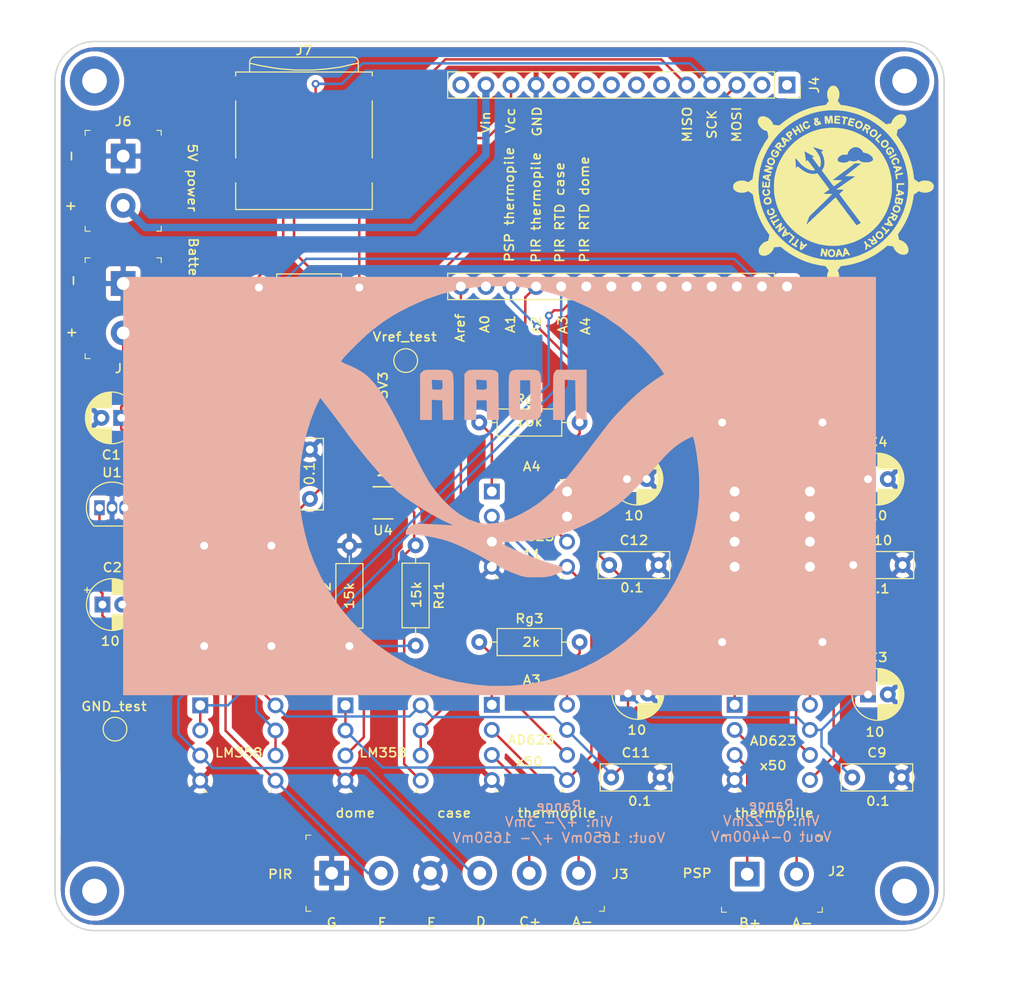
<source format=kicad_pcb>
(kicad_pcb (version 20171130) (host pcbnew "(5.1.7)-1")
  (layers (0 F.Cu signal) (31 B.Cu signal) (34 B.Paste user) (35 F.Paste user) (36 B.SilkS user) (37 F.SilkS user) (38 B.Mask user) (39 F.Mask user) (44 Edge.Cuts user))
  (net 0 "")
  (net 1 "Net-(A1-Pad8)")
  (net 2 Vcc)
  (net 3 "Net-(A1-Pad6)")
  (net 4 "Net-(A1-Pad5)")
  (net 5 GND)
  (net 6 "Net-(A1-Pad3)")
  (net 7 "Net-(A1-Pad2)")
  (net 8 "Net-(A1-Pad1)")
  (net 9 "Net-(A2-Pad1)")
  (net 10 "Net-(A2-Pad6)")
  (net 11 "Net-(A2-Pad8)")
  (net 12 "Net-(A3-Pad1)")
  (net 13 "Net-(A3-Pad2)")
  (net 14 "Net-(A3-Pad3)")
  (net 15 "Net-(A3-Pad5)")
  (net 16 "Net-(A3-Pad6)")
  (net 17 "Net-(A3-Pad8)")
  (net 18 "Net-(A4-Pad8)")
  (net 19 "Net-(A4-Pad6)")
  (net 20 "Net-(A4-Pad1)")
  (net 21 +12V)
  (net 22 "Net-(J4-Pad14)")
  (net 23 "Net-(J4-Pad12)")
  (net 24 "Net-(J4-Pad10)")
  (net 25 "Net-(J4-Pad9)")
  (net 26 "Net-(J4-Pad8)")
  (net 27 "Net-(J4-Pad7)")
  (net 28 "Net-(J4-Pad6)")
  (net 29 "Net-(J4-Pad5)")
  (net 30 "Net-(J4-Pad4)")
  (net 31 "Net-(J4-Pad3)")
  (net 32 "Net-(J4-Pad2)")
  (net 33 "Net-(J4-Pad1)")
  (net 34 "Net-(J5-Pad1)")
  (net 35 "Net-(J5-Pad2)")
  (net 36 "Net-(J5-Pad3)")
  (net 37 "Net-(J5-Pad4)")
  (net 38 "Net-(J5-Pad5)")
  (net 39 "Net-(J5-Pad6)")
  (net 40 "Net-(J5-Pad7)")
  (net 41 "Net-(J5-Pad8)")
  (net 42 "Net-(J5-Pad13)")
  (net 43 "Net-(Ra1-Pad2)")
  (net 44 "Net-(U3-Pad3)")
  (net 45 "Net-(U3-Pad1)")
  (net 46 "Net-(J3-Pad2)")
  (net 47 "Net-(J3-Pad4)")
  (net 48 "Net-(J4-Pad13)")
  (net 49 "Net-(J5-Pad9)")
  (net 50 "Net-(J5-Pad10)")
  (net 51 "Net-(J5-Pad14)")
  (net 52 "Net-(Rd1-Pad1)")
  (net 53 "Net-(Rd1-Pad2)")
  (net 54 "Net-(U4-Pad3)")
  (net 55 "Net-(U4-Pad1)")
  (net 56 "Net-(J7-Pad8)")
  (net 57 "Net-(J7-Pad1)")
  (module TestPoint:TestPoint_Pad_D2.0mm (layer F.Cu) (at -55.23 -200.69)
    (fp_text reference GND_test (at -0.1 -2.3) (layer F.SilkS) (effects (font (size 0.9 1) (thickness 0.16))))
    (fp_text value TestPoint_Pad_D2.0mm)
    (pad 1 smd circle (at 0 0) (size 2 2) (layers F.Cu F.Mask) (net 5 GND))
  )
  (module TestPoint:TestPoint_Pad_D2.0mm (layer F.Cu) (at -25.8 -238)
    (fp_text reference Vref_test (at -0.1 -2.4 180) (layer F.SilkS) (effects (font (size 0.9 1) (thickness 0.16))))
    (fp_text value TestPoint_Pad_D2.0mm)
    (pad 1 smd circle (at 0 0) (size 2 2) (layers F.Cu F.Mask) (net 51 "Net-(J5-Pad14)"))
  )
  (module digikey-footprints:Term_Block_1x2_P5mm (layer F.Cu) (at -54.4 -258.7 270)
    (fp_text reference J6 (at -3.5 0 180) (layer F.SilkS) (effects (font (size 0.9 1) (thickness 0.16))))
    (fp_text value "Power 5V")
    (pad 2 thru_hole circle (at 5 0 270) (size 2.5 2.5) (drill 1.3) (layers *.Cu *.Mask) (net 48 "Net-(J4-Pad13)"))
    (pad 1 thru_hole rect (at 0 0 270) (size 2.5 2.5) (drill 1.3) (layers *.Cu *.Mask) (net 5 GND))
  )
  (module Connector_Card:microSD_HC_Wuerth_693072010801 (layer F.Cu) (at -36.1 -261.4)
    (fp_text reference J7 (at 0 -7.99) (layer F.SilkS) (effects (font (size 0.9 1) (thickness 0.16))))
    (fp_text value Micro_SD_Card)
    (pad 9 smd rect (at 6.875 -4.15) (size 1.45 2) (layers F.Cu F.Paste F.Mask) (net 5 GND))
    (pad 9 smd rect (at -6.875 -4.15) (size 1.45 2) (layers F.Cu F.Paste F.Mask) (net 5 GND))
    (pad 9 smd rect (at -6.875 4.15) (size 1.45 2) (layers F.Cu F.Paste F.Mask) (net 5 GND))
    (pad 9 smd rect (at 6.875 4.15) (size 1.45 2) (layers F.Cu F.Paste F.Mask) (net 5 GND))
    (pad 8 smd rect (at 4.5 -1.55) (size 0.8 1.5) (layers F.Cu F.Paste F.Mask) (net 56 "Net-(J7-Pad8)"))
    (pad 7 smd rect (at 3.4 -1.55) (size 0.8 1.5) (layers F.Cu F.Paste F.Mask) (net 29 "Net-(J4-Pad5)"))
    (pad 6 smd rect (at 2.3 -1.55) (size 0.8 1.5) (layers F.Cu F.Paste F.Mask) (net 5 GND))
    (pad 5 smd rect (at 1.2 -1.55) (size 0.8 1.5) (layers F.Cu F.Paste F.Mask) (net 30 "Net-(J4-Pad4)"))
    (pad 4 smd rect (at 0.1 -1.55) (size 0.8 1.5) (layers F.Cu F.Paste F.Mask) (net 23 "Net-(J4-Pad12)"))
    (pad 3 smd rect (at -1 -1.55) (size 0.8 1.5) (layers F.Cu F.Paste F.Mask) (net 31 "Net-(J4-Pad3)"))
    (pad 2 smd rect (at -2.1 -1.55) (size 0.8 1.5) (layers F.Cu F.Paste F.Mask) (net 35 "Net-(J5-Pad2)"))
    (pad 1 smd rect (at -3.2 -1.55) (size 0.8 1.5) (layers F.Cu F.Paste F.Mask) (net 57 "Net-(J7-Pad1)"))
  )
  (module 00_Mylib:aoml-logo (layer F.Cu) (at 17.5 -255.7)
    (fp_text reference aoml hide)
    (fp_text value LOGO hide)
  )
  (module 00_Mylib:noaa_logo (layer B.Cu) (at -16.3 -225.3 180)
    (fp_text reference noaa hide)
    (fp_text value LOGO hide)
  )
  (module digikey-footprints:Term_Block_1x2_P5mm (layer F.Cu) (at 8.77 -186.01)
    (fp_text reference J2 (at 9.03 -0.29) (layer F.SilkS) (effects (font (size 0.9 1) (thickness 0.16))))
    (fp_text value SWR)
    (pad 1 thru_hole rect (at 0 0) (size 2.5 2.5) (drill 1.3) (layers *.Cu *.Mask) (net 6 "Net-(A1-Pad3)"))
    (pad 2 thru_hole circle (at 5 0) (size 2.5 2.5) (drill 1.3) (layers *.Cu *.Mask) (net 7 "Net-(A1-Pad2)"))
  )
  (module digikey-footprints:DIP-8_W7.62mm (layer F.Cu) (at -17.085 -224.745)
    (fp_text reference A4 (at 4.05 -2.52) (layer F.SilkS) (effects (font (size 0.9 1) (thickness 0.16))))
    (fp_text value AD623)
    (pad 8 thru_hole circle (at 7.62 0) (size 1.6 1.6) (drill 1) (layers *.Cu *.Mask) (net 18 "Net-(A4-Pad8)"))
    (pad 7 thru_hole circle (at 7.62 2.54) (size 1.6 1.6) (drill 1) (layers *.Cu *.Mask) (net 2 Vcc))
    (pad 6 thru_hole circle (at 7.62 5.08) (size 1.6 1.6) (drill 1) (layers *.Cu *.Mask) (net 19 "Net-(A4-Pad6)"))
    (pad 5 thru_hole circle (at 7.62 7.62) (size 1.6 1.6) (drill 1) (layers *.Cu *.Mask) (net 15 "Net-(A3-Pad5)"))
    (pad 4 thru_hole circle (at 0 7.62) (size 1.6 1.6) (drill 1) (layers *.Cu *.Mask) (net 5 GND))
    (pad 3 thru_hole circle (at 0 5.08) (size 1.6 1.6) (drill 1) (layers *.Cu *.Mask) (net 16 "Net-(A3-Pad6)"))
    (pad 2 thru_hole circle (at 0 2.54) (size 1.6 1.6) (drill 1) (layers *.Cu *.Mask) (net 15 "Net-(A3-Pad5)"))
    (pad 1 thru_hole rect (at 0 0) (size 1.6 1.6) (drill 1) (layers *.Cu *.Mask) (net 20 "Net-(A4-Pad1)"))
  )
  (module Package_TO_SOT_THT:TO-92_Inline (layer F.Cu) (at -56.8 -223.1)
    (fp_text reference U1 (at 1.27 -3.56) (layer F.SilkS) (effects (font (size 0.9 1) (thickness 0.16))))
    (fp_text value L78L10_TO92)
    (pad 2 thru_hole oval (at 1.27 0) (size 1.05 1.5) (drill 0.75) (layers *.Cu *.Mask) (net 5 GND))
    (pad 3 thru_hole oval (at 2.54 0) (size 1.05 1.5) (drill 0.75) (layers *.Cu *.Mask) (net 21 +12V))
    (pad 1 thru_hole rect (at 0 0) (size 1.05 1.5) (drill 0.75) (layers *.Cu *.Mask) (net 2 Vcc))
  )
  (module 00_Mylib:MAX6043AAUT33-G16 (layer F.Cu) (at -42.8 -223.6)
    (fp_text reference U3 (at -0.1 2.7) (layer F.SilkS) (effects (font (size 0.9 1) (thickness 0.16))))
    (fp_text value MAX6043-5V (at 0 -7.4 90) (layer F.SilkS) (effects (font (size 0.9 1) (thickness 0.16))))
    (pad 6 smd rect (at 1.36525 -0.950001) (size 0.9779 0.5588) (layers F.Cu F.Paste F.Mask) (net 43 "Net-(Ra1-Pad2)"))
    (pad 5 smd rect (at 1.36525 0) (size 0.9779 0.5588) (layers F.Cu F.Paste F.Mask) (net 43 "Net-(Ra1-Pad2)"))
    (pad 4 smd rect (at 1.36525 0.950001) (size 0.9779 0.5588) (layers F.Cu F.Paste F.Mask) (net 2 Vcc))
    (pad 3 smd rect (at -1.36525 0.950001) (size 0.9779 0.5588) (layers F.Cu F.Paste F.Mask) (net 44 "Net-(U3-Pad3)"))
    (pad 2 smd rect (at -1.36525 0) (size 0.9779 0.5588) (layers F.Cu F.Paste F.Mask) (net 5 GND))
    (pad 1 smd rect (at -1.36525 -0.950001) (size 0.9779 0.5588) (layers F.Cu F.Paste F.Mask) (net 45 "Net-(U3-Pad1)"))
  )
  (module Connector_PinSocket_2.54mm:PinSocket_1x14_P2.54mm_Vertical (layer F.Cu) (at 12.8 -265.9 270)
    (fp_text reference J4 (at 0 -2.77 90) (layer F.SilkS) (effects (font (size 0.9 1) (thickness 0.16))))
    (fp_text value "Arduino right socket")
    (pad 14 thru_hole oval (at 0 33.02 270) (size 1.7 1.7) (drill 1) (layers *.Cu *.Mask) (net 22 "Net-(J4-Pad14)"))
    (pad 13 thru_hole oval (at 0 30.48 270) (size 1.7 1.7) (drill 1) (layers *.Cu *.Mask) (net 48 "Net-(J4-Pad13)"))
    (pad 12 thru_hole oval (at 0 27.94 270) (size 1.7 1.7) (drill 1) (layers *.Cu *.Mask) (net 23 "Net-(J4-Pad12)"))
    (pad 11 thru_hole oval (at 0 25.4 270) (size 1.7 1.7) (drill 1) (layers *.Cu *.Mask) (net 5 GND))
    (pad 10 thru_hole oval (at 0 22.86 270) (size 1.7 1.7) (drill 1) (layers *.Cu *.Mask) (net 24 "Net-(J4-Pad10)"))
    (pad 9 thru_hole oval (at 0 20.32 270) (size 1.7 1.7) (drill 1) (layers *.Cu *.Mask) (net 25 "Net-(J4-Pad9)"))
    (pad 8 thru_hole oval (at 0 17.78 270) (size 1.7 1.7) (drill 1) (layers *.Cu *.Mask) (net 26 "Net-(J4-Pad8)"))
    (pad 7 thru_hole oval (at 0 15.24 270) (size 1.7 1.7) (drill 1) (layers *.Cu *.Mask) (net 27 "Net-(J4-Pad7)"))
    (pad 6 thru_hole oval (at 0 12.7 270) (size 1.7 1.7) (drill 1) (layers *.Cu *.Mask) (net 28 "Net-(J4-Pad6)"))
    (pad 5 thru_hole oval (at 0 10.16 270) (size 1.7 1.7) (drill 1) (layers *.Cu *.Mask) (net 29 "Net-(J4-Pad5)"))
    (pad 4 thru_hole oval (at 0 7.62 270) (size 1.7 1.7) (drill 1) (layers *.Cu *.Mask) (net 30 "Net-(J4-Pad4)"))
    (pad 3 thru_hole oval (at 0 5.08 270) (size 1.7 1.7) (drill 1) (layers *.Cu *.Mask) (net 31 "Net-(J4-Pad3)"))
    (pad 2 thru_hole oval (at 0 2.54 270) (size 1.7 1.7) (drill 1) (layers *.Cu *.Mask) (net 32 "Net-(J4-Pad2)"))
    (pad 1 thru_hole rect (at 0 0 270) (size 1.7 1.7) (drill 1) (layers *.Cu *.Mask) (net 33 "Net-(J4-Pad1)"))
  )
  (module digikey-footprints:Term_Block_1x6_P5mm (layer F.Cu) (at -33.3 -186.11)
    (fp_text reference J3 (at 29.2 0.11) (layer F.SilkS) (effects (font (size 0.9 1) (thickness 0.16))))
    (fp_text value LWR)
    (pad 1 thru_hole rect (at 0 0) (size 2.5 2.5) (drill 1.3) (layers *.Cu *.Mask) (net 5 GND))
    (pad 2 thru_hole circle (at 5 0) (size 2.5 2.5) (drill 1.3) (layers *.Cu *.Mask) (net 46 "Net-(J3-Pad2)"))
    (pad 3 thru_hole circle (at 10 0) (size 2.5 2.5) (drill 1.3) (layers *.Cu *.Mask) (net 5 GND))
    (pad 4 thru_hole circle (at 15 0) (size 2.5 2.5) (drill 1.3) (layers *.Cu *.Mask) (net 47 "Net-(J3-Pad4)"))
    (pad 5 thru_hole circle (at 20 0) (size 2.5 2.5) (drill 1.3) (layers *.Cu *.Mask) (net 14 "Net-(A3-Pad3)"))
    (pad 6 thru_hole circle (at 25 0) (size 2.5 2.5) (drill 1.3) (layers *.Cu *.Mask) (net 13 "Net-(A3-Pad2)"))
  )
  (module digikey-footprints:DIP-8_W7.62mm (layer F.Cu) (at -17.085 -203.155)
    (fp_text reference A3 (at 4.05 -2.52) (layer F.SilkS) (effects (font (size 0.9 1) (thickness 0.16))))
    (fp_text value AD623)
    (pad 1 thru_hole rect (at 0 0) (size 1.6 1.6) (drill 1) (layers *.Cu *.Mask) (net 12 "Net-(A3-Pad1)"))
    (pad 2 thru_hole circle (at 0 2.54) (size 1.6 1.6) (drill 1) (layers *.Cu *.Mask) (net 13 "Net-(A3-Pad2)"))
    (pad 3 thru_hole circle (at 0 5.08) (size 1.6 1.6) (drill 1) (layers *.Cu *.Mask) (net 14 "Net-(A3-Pad3)"))
    (pad 4 thru_hole circle (at 0 7.62) (size 1.6 1.6) (drill 1) (layers *.Cu *.Mask) (net 5 GND))
    (pad 5 thru_hole circle (at 7.62 7.62) (size 1.6 1.6) (drill 1) (layers *.Cu *.Mask) (net 15 "Net-(A3-Pad5)"))
    (pad 6 thru_hole circle (at 7.62 5.08) (size 1.6 1.6) (drill 1) (layers *.Cu *.Mask) (net 16 "Net-(A3-Pad6)"))
    (pad 7 thru_hole circle (at 7.62 2.54) (size 1.6 1.6) (drill 1) (layers *.Cu *.Mask) (net 2 Vcc))
    (pad 8 thru_hole circle (at 7.62 0) (size 1.6 1.6) (drill 1) (layers *.Cu *.Mask) (net 17 "Net-(A3-Pad8)"))
  )
  (module digikey-footprints:DIP-8_W7.62mm (layer F.Cu) (at 7.5 -203.155)
    (fp_text reference A1 (at 4.05 -2.52) (layer F.SilkS) (effects (font (size 0.9 1) (thickness 0.16))))
    (fp_text value AD623)
    (pad 8 thru_hole circle (at 7.62 0) (size 1.6 1.6) (drill 1) (layers *.Cu *.Mask) (net 1 "Net-(A1-Pad8)"))
    (pad 7 thru_hole circle (at 7.62 2.54) (size 1.6 1.6) (drill 1) (layers *.Cu *.Mask) (net 2 Vcc))
    (pad 6 thru_hole circle (at 7.62 5.08) (size 1.6 1.6) (drill 1) (layers *.Cu *.Mask) (net 3 "Net-(A1-Pad6)"))
    (pad 5 thru_hole circle (at 7.62 7.62) (size 1.6 1.6) (drill 1) (layers *.Cu *.Mask) (net 4 "Net-(A1-Pad5)"))
    (pad 4 thru_hole circle (at 0 7.62) (size 1.6 1.6) (drill 1) (layers *.Cu *.Mask) (net 5 GND))
    (pad 3 thru_hole circle (at 0 5.08) (size 1.6 1.6) (drill 1) (layers *.Cu *.Mask) (net 6 "Net-(A1-Pad3)"))
    (pad 2 thru_hole circle (at 0 2.54) (size 1.6 1.6) (drill 1) (layers *.Cu *.Mask) (net 7 "Net-(A1-Pad2)"))
    (pad 1 thru_hole rect (at 0 0) (size 1.6 1.6) (drill 1) (layers *.Cu *.Mask) (net 8 "Net-(A1-Pad1)"))
  )
  (module digikey-footprints:DIP-8_W7.62mm (layer F.Cu) (at 7.5 -224.745)
    (fp_text reference A2 (at 4.05 -2.52) (layer F.SilkS) (effects (font (size 0.9 1) (thickness 0.16))))
    (fp_text value AD623)
    (pad 1 thru_hole rect (at 0 0) (size 1.6 1.6) (drill 1) (layers *.Cu *.Mask) (net 9 "Net-(A2-Pad1)"))
    (pad 2 thru_hole circle (at 0 2.54) (size 1.6 1.6) (drill 1) (layers *.Cu *.Mask) (net 4 "Net-(A1-Pad5)"))
    (pad 3 thru_hole circle (at 0 5.08) (size 1.6 1.6) (drill 1) (layers *.Cu *.Mask) (net 3 "Net-(A1-Pad6)"))
    (pad 4 thru_hole circle (at 0 7.62) (size 1.6 1.6) (drill 1) (layers *.Cu *.Mask) (net 5 GND))
    (pad 5 thru_hole circle (at 7.62 7.62) (size 1.6 1.6) (drill 1) (layers *.Cu *.Mask) (net 5 GND))
    (pad 6 thru_hole circle (at 7.62 5.08) (size 1.6 1.6) (drill 1) (layers *.Cu *.Mask) (net 10 "Net-(A2-Pad6)"))
    (pad 7 thru_hole circle (at 7.62 2.54) (size 1.6 1.6) (drill 1) (layers *.Cu *.Mask) (net 2 Vcc))
    (pad 8 thru_hole circle (at 7.62 0) (size 1.6 1.6) (drill 1) (layers *.Cu *.Mask) (net 11 "Net-(A2-Pad8)"))
  )
  (module Capacitor_THT:CP_Radial_D5.0mm_P2.00mm (layer F.Cu) (at -54.6 -232.2 180)
    (fp_text reference C1 (at 1 -3.75) (layer F.SilkS) (effects (font (size 0.9 1) (thickness 0.16))))
    (fp_text value 0.33uF)
    (pad 2 thru_hole circle (at 2 0 180) (size 1.6 1.6) (drill 0.8) (layers *.Cu *.Mask) (net 5 GND))
    (pad 1 thru_hole rect (at 0 0 180) (size 1.6 1.6) (drill 0.8) (layers *.Cu *.Mask) (net 21 +12V))
  )
  (module Capacitor_THT:CP_Radial_D5.0mm_P2.00mm (layer F.Cu) (at -56.5 -213.3)
    (fp_text reference C2 (at 1 -3.75) (layer F.SilkS) (effects (font (size 0.9 1) (thickness 0.16))))
    (fp_text value 10uF)
    (pad 1 thru_hole rect (at 0 0) (size 1.6 1.6) (drill 0.8) (layers *.Cu *.Mask) (net 2 Vcc))
    (pad 2 thru_hole circle (at 2 0) (size 1.6 1.6) (drill 0.8) (layers *.Cu *.Mask) (net 5 GND))
  )
  (module Capacitor_THT:CP_Radial_D5.0mm_P2.00mm (layer F.Cu) (at 21 -204.2)
    (fp_text reference C3 (at 1 -3.75) (layer F.SilkS) (effects (font (size 0.9 1) (thickness 0.16))))
    (fp_text value 10uF)
    (pad 1 thru_hole rect (at 0 0) (size 1.6 1.6) (drill 0.8) (layers *.Cu *.Mask) (net 2 Vcc))
    (pad 2 thru_hole circle (at 2 0) (size 1.6 1.6) (drill 0.8) (layers *.Cu *.Mask) (net 5 GND))
  )
  (module Capacitor_THT:CP_Radial_D5.0mm_P2.00mm (layer F.Cu) (at 21 -226)
    (fp_text reference C4 (at 1 -3.75) (layer F.SilkS) (effects (font (size 0.9 1) (thickness 0.16))))
    (fp_text value 10uF)
    (pad 2 thru_hole circle (at 2 0) (size 1.6 1.6) (drill 0.8) (layers *.Cu *.Mask) (net 5 GND))
    (pad 1 thru_hole rect (at 0 0) (size 1.6 1.6) (drill 0.8) (layers *.Cu *.Mask) (net 2 Vcc))
  )
  (module Capacitor_THT:CP_Radial_D5.0mm_P2.00mm (layer F.Cu) (at -3.3 -204.3)
    (fp_text reference C5 (at 1 -3.75) (layer F.SilkS) (effects (font (size 0.9 1) (thickness 0.16))))
    (fp_text value 10uF)
    (pad 1 thru_hole rect (at 0 0) (size 1.6 1.6) (drill 0.8) (layers *.Cu *.Mask) (net 2 Vcc))
    (pad 2 thru_hole circle (at 2 0) (size 1.6 1.6) (drill 0.8) (layers *.Cu *.Mask) (net 5 GND))
  )
  (module Capacitor_THT:CP_Radial_D5.0mm_P2.00mm (layer F.Cu) (at -3.4 -226)
    (fp_text reference C6 (at 1 -3.75) (layer F.SilkS) (effects (font (size 0.9 1) (thickness 0.16))))
    (fp_text value 10uF)
    (pad 2 thru_hole circle (at 2 0) (size 1.6 1.6) (drill 0.8) (layers *.Cu *.Mask) (net 5 GND))
    (pad 1 thru_hole rect (at 0 0) (size 1.6 1.6) (drill 0.8) (layers *.Cu *.Mask) (net 2 Vcc))
  )
  (module Capacitor_THT:C_Rect_L7.0mm_W2.5mm_P5.00mm (layer F.Cu) (at -35.5 -224 90)
    (fp_text reference C7 (at 2.5 -2.5 90) (layer F.SilkS) (effects (font (size 0.9 1) (thickness 0.16))))
    (fp_text value 0.1uF)
    (pad 1 thru_hole circle (at 0 0 90) (size 1.6 1.6) (drill 0.8) (layers *.Cu *.Mask) (net 2 Vcc))
    (pad 2 thru_hole circle (at 5 0 90) (size 1.6 1.6) (drill 0.8) (layers *.Cu *.Mask) (net 5 GND))
  )
  (module Capacitor_THT:C_Rect_L7.0mm_W2.5mm_P5.00mm (layer F.Cu) (at 19.4 -195.8)
    (fp_text reference C9 (at 2.5 -2.5) (layer F.SilkS) (effects (font (size 0.9 1) (thickness 0.16))))
    (fp_text value 0.1uF)
    (pad 1 thru_hole circle (at 0 0) (size 1.6 1.6) (drill 0.8) (layers *.Cu *.Mask) (net 2 Vcc))
    (pad 2 thru_hole circle (at 5 0) (size 1.6 1.6) (drill 0.8) (layers *.Cu *.Mask) (net 5 GND))
  )
  (module Capacitor_THT:C_Rect_L7.0mm_W2.5mm_P5.00mm (layer F.Cu) (at 19.5 -217.3)
    (fp_text reference C10 (at 2.5 -2.5) (layer F.SilkS) (effects (font (size 0.9 1) (thickness 0.16))))
    (fp_text value 0.1uF)
    (pad 2 thru_hole circle (at 5 0) (size 1.6 1.6) (drill 0.8) (layers *.Cu *.Mask) (net 5 GND))
    (pad 1 thru_hole circle (at 0 0) (size 1.6 1.6) (drill 0.8) (layers *.Cu *.Mask) (net 2 Vcc))
  )
  (module Capacitor_THT:C_Rect_L7.0mm_W2.5mm_P5.00mm (layer F.Cu) (at -5 -195.8)
    (fp_text reference C11 (at 2.5 -2.5) (layer F.SilkS) (effects (font (size 0.9 1) (thickness 0.16))))
    (fp_text value 0.1uF)
    (pad 1 thru_hole circle (at 0 0) (size 1.6 1.6) (drill 0.8) (layers *.Cu *.Mask) (net 2 Vcc))
    (pad 2 thru_hole circle (at 5 0) (size 1.6 1.6) (drill 0.8) (layers *.Cu *.Mask) (net 5 GND))
  )
  (module Capacitor_THT:C_Rect_L7.0mm_W2.5mm_P5.00mm (layer F.Cu) (at -5.2 -217.3)
    (fp_text reference C12 (at 2.5 -2.5) (layer F.SilkS) (effects (font (size 0.9 1) (thickness 0.16))))
    (fp_text value 0.1uF)
    (pad 2 thru_hole circle (at 5 0) (size 1.6 1.6) (drill 0.8) (layers *.Cu *.Mask) (net 5 GND))
    (pad 1 thru_hole circle (at 0 0) (size 1.6 1.6) (drill 0.8) (layers *.Cu *.Mask) (net 2 Vcc))
  )
  (module digikey-footprints:Term_Block_1x2_P5mm (layer F.Cu) (at -54.4 -245.8 270)
    (fp_text reference J1 (at 8.6 0 180) (layer F.SilkS) (effects (font (size 0.9 1) (thickness 0.16))))
    (fp_text value Tbattery)
    (pad 1 thru_hole rect (at 0 0 270) (size 2.5 2.5) (drill 1.3) (layers *.Cu *.Mask) (net 5 GND))
    (pad 2 thru_hole circle (at 5 0 270) (size 2.5 2.5) (drill 1.3) (layers *.Cu *.Mask) (net 21 +12V))
  )
  (module Connector_PinSocket_2.54mm:PinSocket_1x14_P2.54mm_Vertical (layer F.Cu) (at 12.8 -245.5 270)
    (fp_text reference J5 (at 0 -2.77 90) (layer F.SilkS) (effects (font (size 0.9 1) (thickness 0.16))))
    (fp_text value "Arduino analog side")
    (pad 1 thru_hole rect (at 0 0 270) (size 1.7 1.7) (drill 1) (layers *.Cu *.Mask) (net 34 "Net-(J5-Pad1)"))
    (pad 2 thru_hole oval (at 0 2.54 270) (size 1.7 1.7) (drill 1) (layers *.Cu *.Mask) (net 35 "Net-(J5-Pad2)"))
    (pad 3 thru_hole oval (at 0 5.08 270) (size 1.7 1.7) (drill 1) (layers *.Cu *.Mask) (net 36 "Net-(J5-Pad3)"))
    (pad 4 thru_hole oval (at 0 7.62 270) (size 1.7 1.7) (drill 1) (layers *.Cu *.Mask) (net 37 "Net-(J5-Pad4)"))
    (pad 5 thru_hole oval (at 0 10.16 270) (size 1.7 1.7) (drill 1) (layers *.Cu *.Mask) (net 38 "Net-(J5-Pad5)"))
    (pad 6 thru_hole oval (at 0 12.7 270) (size 1.7 1.7) (drill 1) (layers *.Cu *.Mask) (net 39 "Net-(J5-Pad6)"))
    (pad 7 thru_hole oval (at 0 15.24 270) (size 1.7 1.7) (drill 1) (layers *.Cu *.Mask) (net 40 "Net-(J5-Pad7)"))
    (pad 8 thru_hole oval (at 0 17.78 270) (size 1.7 1.7) (drill 1) (layers *.Cu *.Mask) (net 41 "Net-(J5-Pad8)"))
    (pad 9 thru_hole oval (at 0 20.32 270) (size 1.7 1.7) (drill 1) (layers *.Cu *.Mask) (net 49 "Net-(J5-Pad9)"))
    (pad 10 thru_hole oval (at 0 22.86 270) (size 1.7 1.7) (drill 1) (layers *.Cu *.Mask) (net 50 "Net-(J5-Pad10)"))
    (pad 11 thru_hole oval (at 0 25.4 270) (size 1.7 1.7) (drill 1) (layers *.Cu *.Mask) (net 19 "Net-(A4-Pad6)"))
    (pad 12 thru_hole oval (at 0 27.94 270) (size 1.7 1.7) (drill 1) (layers *.Cu *.Mask) (net 10 "Net-(A2-Pad6)"))
    (pad 13 thru_hole oval (at 0 30.48 270) (size 1.7 1.7) (drill 1) (layers *.Cu *.Mask) (net 42 "Net-(J5-Pad13)"))
    (pad 14 thru_hole oval (at 0 33.02 270) (size 1.7 1.7) (drill 1) (layers *.Cu *.Mask) (net 51 "Net-(J5-Pad14)"))
  )
  (module Resistor_THT:R_Axial_DIN0207_L6.3mm_D2.5mm_P10.16mm_Horizontal (layer F.Cu) (at -39.4 -209.1 90)
    (fp_text reference Ra1 (at 5.08 -2.37 90) (layer F.SilkS) (effects (font (size 0.9 1) (thickness 0.16))))
    (fp_text value 10k)
    (pad 2 thru_hole oval (at 10.16 0 90) (size 1.6 1.6) (drill 0.8) (layers *.Cu *.Mask) (net 43 "Net-(Ra1-Pad2)"))
    (pad 1 thru_hole circle (at 0 0 90) (size 1.6 1.6) (drill 0.8) (layers *.Cu *.Mask) (net 47 "Net-(J3-Pad4)"))
  )
  (module Resistor_THT:R_Axial_DIN0207_L6.3mm_D2.5mm_P10.16mm_Horizontal (layer F.Cu) (at -46.2 -209.1 90)
    (fp_text reference Rb1 (at 5.08 -2.37 90) (layer F.SilkS) (effects (font (size 0.9 1) (thickness 0.16))))
    (fp_text value 10k)
    (pad 1 thru_hole circle (at 0 0 90) (size 1.6 1.6) (drill 0.8) (layers *.Cu *.Mask) (net 46 "Net-(J3-Pad2)"))
    (pad 2 thru_hole oval (at 10.16 0 90) (size 1.6 1.6) (drill 0.8) (layers *.Cu *.Mask) (net 43 "Net-(Ra1-Pad2)"))
  )
  (module Resistor_THT:R_Axial_DIN0207_L6.3mm_D2.5mm_P10.16mm_Horizontal (layer F.Cu) (at -24.8 -219.3 270)
    (fp_text reference Rd1 (at 5.08 -2.37 90) (layer F.SilkS) (effects (font (size 0.9 1) (thickness 0.16))))
    (fp_text value 15k)
    (pad 1 thru_hole circle (at 0 0 270) (size 1.6 1.6) (drill 0.8) (layers *.Cu *.Mask) (net 52 "Net-(Rd1-Pad1)"))
    (pad 2 thru_hole oval (at 10.16 0 270) (size 1.6 1.6) (drill 0.8) (layers *.Cu *.Mask) (net 53 "Net-(Rd1-Pad2)"))
  )
  (module Resistor_THT:R_Axial_DIN0207_L6.3mm_D2.5mm_P10.16mm_Horizontal (layer F.Cu) (at -31.5 -209.1 90)
    (fp_text reference Rd2 (at 5.08 -2.37 90) (layer F.SilkS) (effects (font (size 0.9 1) (thickness 0.16))))
    (fp_text value 15k)
    (pad 2 thru_hole oval (at 10.16 0 90) (size 1.6 1.6) (drill 0.8) (layers *.Cu *.Mask) (net 5 GND))
    (pad 1 thru_hole circle (at 0 0 90) (size 1.6 1.6) (drill 0.8) (layers *.Cu *.Mask) (net 53 "Net-(Rd1-Pad2)"))
  )
  (module Resistor_THT:R_Axial_DIN0207_L6.3mm_D2.5mm_P10.16mm_Horizontal (layer F.Cu) (at 6.23 -209.505)
    (fp_text reference Rg1 (at 5.08 -2.37) (layer F.SilkS) (effects (font (size 0.9 1) (thickness 0.16))))
    (fp_text value 2k)
    (pad 1 thru_hole circle (at 0 0) (size 1.6 1.6) (drill 0.8) (layers *.Cu *.Mask) (net 8 "Net-(A1-Pad1)"))
    (pad 2 thru_hole oval (at 10.16 0) (size 1.6 1.6) (drill 0.8) (layers *.Cu *.Mask) (net 1 "Net-(A1-Pad8)"))
  )
  (module Resistor_THT:R_Axial_DIN0207_L6.3mm_D2.5mm_P10.16mm_Horizontal (layer F.Cu) (at 6.23 -231.73)
    (fp_text reference Rg2 (at 5.08 -2.37) (layer F.SilkS) (effects (font (size 0.9 1) (thickness 0.16))))
    (fp_text value 33k)
    (pad 1 thru_hole circle (at 0 0) (size 1.6 1.6) (drill 0.8) (layers *.Cu *.Mask) (net 9 "Net-(A2-Pad1)"))
    (pad 2 thru_hole oval (at 10.16 0) (size 1.6 1.6) (drill 0.8) (layers *.Cu *.Mask) (net 11 "Net-(A2-Pad8)"))
  )
  (module Resistor_THT:R_Axial_DIN0207_L6.3mm_D2.5mm_P10.16mm_Horizontal (layer F.Cu) (at -18.355 -209.505)
    (fp_text reference Rg3 (at 5.08 -2.37) (layer F.SilkS) (effects (font (size 0.9 1) (thickness 0.16))))
    (fp_text value 2k)
    (pad 2 thru_hole oval (at 10.16 0) (size 1.6 1.6) (drill 0.8) (layers *.Cu *.Mask) (net 17 "Net-(A3-Pad8)"))
    (pad 1 thru_hole circle (at 0 0) (size 1.6 1.6) (drill 0.8) (layers *.Cu *.Mask) (net 12 "Net-(A3-Pad1)"))
  )
  (module Resistor_THT:R_Axial_DIN0207_L6.3mm_D2.5mm_P10.16mm_Horizontal (layer F.Cu) (at -18.355 -231.73)
    (fp_text reference Rg4 (at 5.08 -2.37) (layer F.SilkS) (effects (font (size 0.9 1) (thickness 0.16))))
    (fp_text value 10k)
    (pad 2 thru_hole oval (at 10.16 0) (size 1.6 1.6) (drill 0.8) (layers *.Cu *.Mask) (net 18 "Net-(A4-Pad8)"))
    (pad 1 thru_hole circle (at 0 0) (size 1.6 1.6) (drill 0.8) (layers *.Cu *.Mask) (net 20 "Net-(A4-Pad1)"))
  )
  (module MountingHole:MountingHole_2.5mm_Pad (layer F.Cu) (at -57.3 -266.3)
    (fp_text reference H1)
    (fp_text value MountingHole)
    (pad 1 thru_hole circle (at 0 0) (size 5 5) (drill 2.5) (layers *.Cu *.Mask))
  )
  (module MountingHole:MountingHole_2.5mm_Pad (layer F.Cu) (at -57.3 -184.3)
    (fp_text reference H2)
    (fp_text value MountingHole)
    (pad 1 thru_hole circle (at 0 0) (size 5 5) (drill 2.5) (layers *.Cu *.Mask))
  )
  (module MountingHole:MountingHole_2.5mm_Pad (layer F.Cu) (at 24.7 -266.3)
    (fp_text reference H3)
    (fp_text value MountingHole)
    (pad 1 thru_hole circle (at 0 0) (size 5 5) (drill 2.5) (layers *.Cu *.Mask))
  )
  (module MountingHole:MountingHole_2.5mm_Pad (layer F.Cu) (at 24.7 -184.3)
    (fp_text reference H4)
    (fp_text value MountingHole)
    (pad 1 thru_hole circle (at 0 0) (size 5 5) (drill 2.5) (layers *.Cu *.Mask))
  )
  (module 00_Mylib:MAX6043AAUT33-G16 (layer F.Cu) (at -28.1 -223.6)
    (fp_text reference U4 (at 0 2.8) (layer F.SilkS) (effects (font (size 0.9 1) (thickness 0.16))))
    (fp_text value MAX6043-3V3 (at 0 -7.9 90) (layer F.SilkS) (effects (font (size 0.9 1) (thickness 0.16))))
    (pad 6 smd rect (at 1.36525 -0.950001) (size 0.9779 0.5588) (layers F.Cu F.Paste F.Mask) (net 52 "Net-(Rd1-Pad1)"))
    (pad 5 smd rect (at 1.36525 0) (size 0.9779 0.5588) (layers F.Cu F.Paste F.Mask) (net 52 "Net-(Rd1-Pad1)"))
    (pad 4 smd rect (at 1.36525 0.950001) (size 0.9779 0.5588) (layers F.Cu F.Paste F.Mask) (net 2 Vcc))
    (pad 3 smd rect (at -1.36525 0.950001) (size 0.9779 0.5588) (layers F.Cu F.Paste F.Mask) (net 54 "Net-(U4-Pad3)"))
    (pad 2 smd rect (at -1.36525 0) (size 0.9779 0.5588) (layers F.Cu F.Paste F.Mask) (net 5 GND))
    (pad 1 smd rect (at -1.36525 -0.950001) (size 0.9779 0.5588) (layers F.Cu F.Paste F.Mask) (net 55 "Net-(U4-Pad1)"))
  )
  (module digikey-footprints:DIP-8_W7.62mm (layer F.Cu) (at -46.6 -203.1)
    (fp_text reference U2-rtd1 (at 4.05 -2.52) (layer F.SilkS) (effects (font (size 0.9 1) (thickness 0.16))))
    (fp_text value LM358P)
    (pad 8 thru_hole circle (at 7.62 0) (size 1.6 1.6) (drill 1) (layers *.Cu *.Mask) (net 2 Vcc))
    (pad 7 thru_hole circle (at 7.62 2.54) (size 1.6 1.6) (drill 1) (layers *.Cu *.Mask) (net 50 "Net-(J5-Pad10)"))
    (pad 6 thru_hole circle (at 7.62 5.08) (size 1.6 1.6) (drill 1) (layers *.Cu *.Mask) (net 50 "Net-(J5-Pad10)"))
    (pad 5 thru_hole circle (at 7.62 7.62) (size 1.6 1.6) (drill 1) (layers *.Cu *.Mask) (net 46 "Net-(J3-Pad2)"))
    (pad 4 thru_hole circle (at 0 7.62) (size 1.6 1.6) (drill 1) (layers *.Cu *.Mask) (net 5 GND))
    (pad 3 thru_hole circle (at 0 5.08) (size 1.6 1.6) (drill 1) (layers *.Cu *.Mask) (net 47 "Net-(J3-Pad4)"))
    (pad 2 thru_hole circle (at 0 2.54) (size 1.6 1.6) (drill 1) (layers *.Cu *.Mask) (net 49 "Net-(J5-Pad9)"))
    (pad 1 thru_hole rect (at 0 0) (size 1.6 1.6) (drill 1) (layers *.Cu *.Mask) (net 49 "Net-(J5-Pad9)"))
  )
  (module digikey-footprints:DIP-8_W7.62mm (layer F.Cu) (at -31.9 -203.1)
    (fp_text reference U5-aref1 (at 4.05 -2.52) (layer F.SilkS) (effects (font (size 0.9 1) (thickness 0.16))))
    (fp_text value LM358P)
    (pad 1 thru_hole rect (at 0 0) (size 1.6 1.6) (drill 1) (layers *.Cu *.Mask) (net 15 "Net-(A3-Pad5)"))
    (pad 2 thru_hole circle (at 0 2.54) (size 1.6 1.6) (drill 1) (layers *.Cu *.Mask) (net 15 "Net-(A3-Pad5)"))
    (pad 3 thru_hole circle (at 0 5.08) (size 1.6 1.6) (drill 1) (layers *.Cu *.Mask) (net 53 "Net-(Rd1-Pad2)"))
    (pad 4 thru_hole circle (at 0 7.62) (size 1.6 1.6) (drill 1) (layers *.Cu *.Mask) (net 5 GND))
    (pad 5 thru_hole circle (at 7.62 7.62) (size 1.6 1.6) (drill 1) (layers *.Cu *.Mask) (net 52 "Net-(Rd1-Pad1)"))
    (pad 6 thru_hole circle (at 7.62 5.08) (size 1.6 1.6) (drill 1) (layers *.Cu *.Mask) (net 51 "Net-(J5-Pad14)"))
    (pad 7 thru_hole circle (at 7.62 2.54) (size 1.6 1.6) (drill 1) (layers *.Cu *.Mask) (net 51 "Net-(J5-Pad14)"))
    (pad 8 thru_hole circle (at 7.62 0) (size 1.6 1.6) (drill 1) (layers *.Cu *.Mask) (net 2 Vcc))
  )
  (module Resistor_THT:R_Axial_DIN0207_L6.3mm_D2.5mm_P10.16mm_Horizontal (layer F.Cu) (at -30.5 -245.4 180)
    (fp_text reference R1 (at 5.08 -2.37) (layer F.SilkS) (effects (font (size 0.9 1) (thickness 0.16))))
    (fp_text value 10k)
    (pad 1 thru_hole circle (at 0 0 180) (size 1.6 1.6) (drill 0.8) (layers *.Cu *.Mask) (net 23 "Net-(J4-Pad12)"))
    (pad 2 thru_hole oval (at 10.16 0 180) (size 1.6 1.6) (drill 0.8) (layers *.Cu *.Mask) (net 35 "Net-(J5-Pad2)"))
  )
  (gr_text 0.1 (at -35.54 -226.56 90) (layer F.SilkS) (effects (font (size 1 1))))
  (gr_text "10V\nVreg" (at -50.9 -223.6) (layer F.SilkS) (effects (font (size 0.9 1) (thickness 0.16))))
  (gr_line (start 28.7 -266.3) (end 28.7 -184.3) (layer Edge.Cuts) (width 0.15))
  (gr_line (start -57.3 -270.3) (end 24.7 -270.3) (layer Edge.Cuts) (width 0.15))
  (gr_line (start -61.3 -184.3) (end -61.3 -266.3) (layer Edge.Cuts) (width 0.15))
  (gr_line (start 24.7 -180.3) (end -57.3 -180.3) (layer Edge.Cuts) (width 0.15))
  (gr_arc (start 24.7 -184.3) (end 24.7 -180.3) (angle -90) (layer Edge.Cuts) (width 0.15))
  (gr_arc (start -57.3 -184.3) (end -61.3 -184.3) (angle -90) (layer Edge.Cuts) (width 0.15))
  (gr_arc (start 24.7 -266.3) (end 28.7 -266.3) (angle -90) (layer Edge.Cuts) (width 0.15))
  (gr_arc (start -57.3 -266.3) (end -57.3 -270.3) (angle -90) (layer Edge.Cuts) (width 0.15))
  (gr_text 10k (at -35.8 -245.5) (layer F.SilkS) (effects (font (size 0.9 1) (thickness 0.16))))
  (gr_text "EPPLEY\nPIR-PSP \nRadiometer r2\n12-2020" (at -60 -193.2) (layer F.Cu) (effects (font (size 0.8 1) (thickness 0.1)) (justify left)))
  (gr_text "Range\nVin: 0-22mV\nVout 0-4400mV" (at 11.2 -191.4) (layer B.SilkS) (effects (font (size 1 1)) (justify mirror)))
  (gr_text "Range\nVin: +/- 3mV\nVout: 1650mV +/- 1650mV\n" (at -10.3 -191.3) (layer B.SilkS) (effects (font (size 1 1)) (justify mirror)))
  (gr_text x11 (at -13.4 -218.4) (layer F.SilkS) (effects (font (size 0.9 1) (thickness 0.16))))
  (gr_text x50 (at -13.3 -197.4) (layer F.SilkS) (effects (font (size 0.9 1) (thickness 0.16))))
  (gr_text x4 (at 11.1 -218.6) (layer F.SilkS) (effects (font (size 0.9 1) (thickness 0.16))))
  (gr_text x50 (at 11.4 -197) (layer F.SilkS) (effects (font (size 0.9 1) (thickness 0.16))))
  (gr_text 10 (at 22 -222.3) (layer F.SilkS) (effects (font (size 0.9 1) (thickness 0.16))))
  (gr_text 0.1 (at 22 -214.9) (layer F.SilkS) (effects (font (size 0.9 1) (thickness 0.16))))
  (gr_text 10 (at 21.7 -200.4) (layer F.SilkS) (effects (font (size 0.9 1) (thickness 0.16))))
  (gr_text 0.1 (at 22 -193.4) (layer F.SilkS) (effects (font (size 0.9 1) (thickness 0.16))))
  (gr_text 10 (at -2.7 -222.3) (layer F.SilkS) (effects (font (size 0.9 1) (thickness 0.16))))
  (gr_text 0.1 (at -2.9 -215) (layer F.SilkS) (effects (font (size 0.9 1) (thickness 0.16))))
  (gr_text 10 (at -2.4 -200.6) (layer F.SilkS) (effects (font (size 0.9 1) (thickness 0.16))))
  (gr_text 0.1 (at -2.1 -193.4) (layer F.SilkS) (effects (font (size 0.9 1) (thickness 0.16))))
  (gr_text 2k (at 11.4 -209.4) (layer F.SilkS) (effects (font (size 0.9 1) (thickness 0.16))))
  (gr_text 2k (at -13.1 -209.5) (layer F.SilkS) (effects (font (size 0.9 1) (thickness 0.16))))
  (gr_text 33k (at 11.5 -231.7) (layer F.SilkS) (effects (font (size 0.9 1) (thickness 0.16))))
  (gr_text 10k (at -13.3 -231.8) (layer F.SilkS) (effects (font (size 0.9 1) (thickness 0.16))))
  (gr_text AD623 (at 11.4 -220.1) (layer F.SilkS) (effects (font (size 0.9 1) (thickness 0.16))))
  (gr_text AD623 (at 11.4 -199.5) (layer F.SilkS) (effects (font (size 0.9 1) (thickness 0.16))))
  (gr_text AD623 (at -13.1 -199.6) (layer F.SilkS) (effects (font (size 0.9 1) (thickness 0.16))))
  (gr_text AD623 (at -13.1 -220.2) (layer F.SilkS) (effects (font (size 0.9 1) (thickness 0.16))))
  (gr_text LM358 (at -28.1 -198.3) (layer F.SilkS) (effects (font (size 0.9 1) (thickness 0.16))))
  (gr_text LM358 (at -42.7 -198.3) (layer F.SilkS) (effects (font (size 0.9 1) (thickness 0.16))))
  (gr_text 15k (at -24.7 -214.3 90) (layer F.SilkS) (effects (font (size 0.9 1) (thickness 0.16))))
  (gr_text 15k (at -31.5 -214.2 90) (layer F.SilkS) (effects (font (size 0.9 1) (thickness 0.16))))
  (gr_text 10k (at -39.3 -213.9 90) (layer F.SilkS) (effects (font (size 0.9 1) (thickness 0.16))))
  (gr_text 10k (at -46.1 -213.9 90) (layer F.SilkS) (effects (font (size 0.9 1) (thickness 0.16))))
  (gr_text 10 (at -55.7 -209.6) (layer F.SilkS) (effects (font (size 0.9 1) (thickness 0.16))))
  (gr_text 0.33 (at -50.9 -232.4) (layer F.SilkS) (effects (font (size 0.9 1) (thickness 0.16))))
  (gr_text MISO (at 2.7 -261.9 90) (layer F.SilkS) (effects (font (size 0.9 1) (thickness 0.16))))
  (gr_text SCK (at 5.2 -261.9 90) (layer F.SilkS) (effects (font (size 0.9 1) (thickness 0.16))))
  (gr_text MOSI (at 7.7 -261.9 90) (layer F.SilkS) (effects (font (size 0.9 1) (thickness 0.16))))
  (gr_text - (at -59.7 -258.7 90) (layer F.SilkS) (effects (font (size 0.9 1) (thickness 0.16))))
  (gr_text - (at -59.5 -246.1 90) (layer F.SilkS) (effects (font (size 0.9 1) (thickness 0.16))))
  (gr_text Vcc (at -15.2 -262.3 90) (layer F.SilkS) (effects (font (size 0.9 1) (thickness 0.16))))
  (gr_text A1 (at -15.2 -241.7 90) (layer F.SilkS) (effects (font (size 0.9 1) (thickness 0.16))))
  (gr_text D4 (at 10.2 -241.7 90) (layer F.SilkS) (effects (font (size 0.9 1) (thickness 0.16))))
  (gr_text "PIR RTD case" (at -10.21 -253 90) (layer F.SilkS) (effects (font (size 0.9 1) (thickness 0.16))))
  (gr_text "PIR RTD dome" (at -7.71 -253.3 90) (layer F.SilkS) (effects (font (size 0.9 1) (thickness 0.16))))
  (gr_text "PIR thermopile" (at -12.61 -253.5 90) (layer F.SilkS) (effects (font (size 0.9 1) (thickness 0.16))))
  (gr_text "PSP thermopile" (at -15.31 -253.8 90) (layer F.SilkS) (effects (font (size 0.9 1) (thickness 0.16))))
  (gr_text A4 (at -7.6 -241.5 90) (layer F.SilkS) (effects (font (size 0.9 1) (thickness 0.16))))
  (gr_text A3 (at -9.9 -241.6 90) (layer F.SilkS) (effects (font (size 0.9 1) (thickness 0.16))))
  (gr_text A2 (at -12.6 -241.6 90) (layer F.SilkS) (effects (font (size 0.9 1) (thickness 0.16))))
  (gr_text A0 (at -17.8 -241.7 90) (layer F.SilkS) (effects (font (size 0.9 1) (thickness 0.16))))
  (gr_text Aref (at -20.3 -241.3 90) (layer F.SilkS) (effects (font (size 0.9 1) (thickness 0.16))))
  (gr_text GND (at -12.5 -262.2 90) (layer F.SilkS) (effects (font (size 0.9 1) (thickness 0.16))))
  (gr_text Vin (at -17.7 -262.1 90) (layer F.SilkS) (effects (font (size 0.9 1) (thickness 0.16))))
  (gr_text + (at -59.7 -253.7) (layer F.SilkS) (effects (font (size 0.9 1) (thickness 0.16))))
  (gr_text + (at -59.6 -240.9) (layer F.SilkS) (effects (font (size 0.9 1) (thickness 0.16))))
  (gr_text "5V power" (at -47.4 -256.5 270) (layer F.SilkS) (effects (font (size 0.9 1) (thickness 0.16))))
  (gr_text "Battery 12 - 15V" (at -47.3 -243.7 270) (layer F.SilkS) (effects (font (size 0.9 1) (thickness 0.16))))
  (gr_text thermopile (at -10.5 -192.2) (layer F.SilkS) (effects (font (size 0.9 1) (thickness 0.16))))
  (gr_text thermopile (at 11.5 -192.2) (layer F.SilkS) (effects (font (size 0.9 1) (thickness 0.16))))
  (gr_text case (at -20.9 -192.2) (layer F.SilkS) (effects (font (size 0.9 1) (thickness 0.16))))
  (gr_text dome (at -30.9 -192.2) (layer F.SilkS) (effects (font (size 0.9 1) (thickness 0.16))))
  (gr_text G (at -33.3 -181.1) (layer F.SilkS) (effects (font (size 0.9 1) (thickness 0.16))))
  (gr_text F (at -28.2 -181.1) (layer F.SilkS) (effects (font (size 0.9 1) (thickness 0.16))))
  (gr_text E (at -23.2 -181.1) (layer F.SilkS) (effects (font (size 0.9 1) (thickness 0.16))))
  (gr_text D (at -18.2 -181.2) (layer F.SilkS) (effects (font (size 0.9 1) (thickness 0.16))))
  (gr_text C+ (at -13.2 -181.2) (layer F.SilkS) (effects (font (size 0.9 1) (thickness 0.16))))
  (gr_text A- (at -7.9 -181.2) (layer F.SilkS) (effects (font (size 0.9 1) (thickness 0.16))))
  (gr_text PIR (at -38.5 -186) (layer F.SilkS) (effects (font (size 0.9 1) (thickness 0.16))))
  (gr_text A- (at 14.36 -181.08) (layer F.SilkS) (effects (font (size 0.9 1) (thickness 0.16))))
  (gr_text B+ (at 9.06 -181.08) (layer F.SilkS) (effects (font (size 0.9 1) (thickness 0.16))))
  (gr_text PSP (at 3.7 -186.1) (layer F.SilkS) (effects (font (size 0.9 1) (thickness 0.16))))
  (segment (start 15.12 -207.1097) (end 15.12 -203.155) (width 0.25) (layer F.Cu) (net 1))
  (segment (start 16.39 -208.3797) (end 15.12 -207.1097) (width 0.25) (layer F.Cu) (net 1))
  (segment (start 16.39 -209.505) (end 16.39 -208.3797) (width 0.25) (layer F.Cu) (net 1))
  (segment (start -3.4 -226) (end -4.5253 -226) (width 0.25) (layer F.Cu) (net 2))
  (segment (start -3.3 -197.5) (end -3.3 -204.3) (width 0.25) (layer F.Cu) (net 2))
  (segment (start -5 -195.8) (end -3.3 -197.5) (width 0.25) (layer F.Cu) (net 2))
  (segment (start -3.3 -215.4) (end -5.2 -217.3) (width 0.25) (layer F.Cu) (net 2))
  (segment (start -3.3 -204.3) (end -3.3 -215.4) (width 0.25) (layer F.Cu) (net 2))
  (segment (start -8.2414 -220.3414) (end -8.2414 -222.205) (width 0.25) (layer F.Cu) (net 2))
  (segment (start -5.2 -217.3) (end -8.2414 -220.3414) (width 0.25) (layer F.Cu) (net 2))
  (segment (start -4.5253 -225.9211) (end -8.2414 -222.205) (width 0.25) (layer F.Cu) (net 2))
  (segment (start -4.5253 -226) (end -4.5253 -225.9211) (width 0.25) (layer F.Cu) (net 2))
  (segment (start -8.2414 -222.205) (end -9.465 -222.205) (width 0.25) (layer F.Cu) (net 2))
  (segment (start 19.5 -206.8253) (end 19.5 -217.3) (width 0.25) (layer F.Cu) (net 2))
  (segment (start 21 -205.3253) (end 19.5 -206.8253) (width 0.25) (layer F.Cu) (net 2))
  (segment (start 21 -204.2) (end 21 -205.3253) (width 0.25) (layer F.Cu) (net 2))
  (segment (start 21 -226) (end 19.8747 -226) (width 0.25) (layer F.Cu) (net 2))
  (segment (start 15.5999 -221.7252) (end 19.8747 -226) (width 0.25) (layer F.Cu) (net 2))
  (segment (start 19.5 -217.825) (end 15.5999 -221.7252) (width 0.25) (layer F.Cu) (net 2))
  (segment (start 19.5 -217.3) (end 19.5 -217.825) (width 0.25) (layer F.Cu) (net 2))
  (segment (start 15.5999 -221.7252) (end 15.12 -222.205) (width 0.25) (layer F.Cu) (net 2))
  (segment (start -5 -196.15) (end -9.465 -200.615) (width 0.25) (layer B.Cu) (net 2))
  (segment (start -5 -195.8) (end -5 -196.15) (width 0.25) (layer B.Cu) (net 2))
  (segment (start 21 -204.2) (end 19.8747 -204.2) (width 0.25) (layer B.Cu) (net 2))
  (segment (start -3.3 -204.3) (end -1.0296 -202.0296) (width 0.25) (layer B.Cu) (net 2))
  (segment (start 16.2897 -198.9103) (end 19.4 -195.8) (width 0.25) (layer B.Cu) (net 2))
  (segment (start 16.2897 -200.615) (end 16.2897 -198.9103) (width 0.25) (layer B.Cu) (net 2))
  (segment (start 15.12 -200.615) (end 16.2897 -200.615) (width 0.25) (layer B.Cu) (net 2))
  (segment (start 16.2897 -200.615) (end 19.8747 -204.2) (width 0.25) (layer B.Cu) (net 2))
  (segment (start -26.7347 -222.65) (end -27.5489 -222.65) (width 0.25) (layer F.Cu) (net 2))
  (segment (start -56.8 -214.7253) (end -56.5 -214.4253) (width 0.25) (layer F.Cu) (net 2))
  (segment (start -56.8 -223.1) (end -56.8 -214.7253) (width 0.25) (layer F.Cu) (net 2))
  (segment (start -56.5 -213.3) (end -56.5 -214.4253) (width 0.25) (layer F.Cu) (net 2))
  (segment (start -37.8546 -201.9746) (end -38.98 -203.1) (width 0.25) (layer B.Cu) (net 2))
  (segment (start -25.4054 -201.9746) (end -37.8546 -201.9746) (width 0.25) (layer B.Cu) (net 2))
  (segment (start -24.28 -203.1) (end -25.4054 -201.9746) (width 0.25) (layer B.Cu) (net 2))
  (segment (start -36.85 -222.65) (end -35.5 -224) (width 0.25) (layer F.Cu) (net 2))
  (segment (start -41.4347 -222.65) (end -36.85 -222.65) (width 0.25) (layer F.Cu) (net 2))
  (segment (start -41.4347 -222.65) (end -42.2489 -222.65) (width 0.25) (layer F.Cu) (net 2))
  (segment (start -42.2489 -206.3689) (end -42.2489 -212.1563) (width 0.25) (layer F.Cu) (net 2))
  (segment (start -38.98 -203.1) (end -42.2489 -206.3689) (width 0.25) (layer F.Cu) (net 2))
  (segment (start -42.2489 -212.1563) (end -42.2489 -222.65) (width 0.25) (layer F.Cu) (net 2))
  (segment (start -56.5 -213.3) (end -56.5 -212.17) (width 0.25) (layer F.Cu) (net 2))
  (segment (start -56.5 -212.17) (end -55.73 -211.4) (width 0.25) (layer F.Cu) (net 2))
  (segment (start -50.3426 -211.4) (end -49.5863 -212.1563) (width 0.25) (layer F.Cu) (net 2))
  (segment (start -55.73 -211.4) (end -50.3426 -211.4) (width 0.25) (layer F.Cu) (net 2))
  (segment (start -42.2489 -212.1563) (end -49.5863 -212.1563) (width 0.25) (layer F.Cu) (net 2))
  (segment (start -35.5 -224) (end -33.8 -225.7) (width 0.25) (layer F.Cu) (net 2))
  (segment (start -33.8 -225.7) (end -28.07 -225.7) (width 0.25) (layer F.Cu) (net 2))
  (segment (start -28.07 -225.7) (end -27.85 -225.48) (width 0.25) (layer F.Cu) (net 2))
  (segment (start -27.85 -222.9511) (end -27.5489 -222.65) (width 0.25) (layer F.Cu) (net 2))
  (segment (start -27.85 -225.48) (end -27.85 -222.9511) (width 0.25) (layer F.Cu) (net 2))
  (segment (start -9.465 -200.615) (end -10.76 -201.91) (width 0.25) (layer B.Cu) (net 2))
  (segment (start -23.09 -201.91) (end -23.14 -201.96) (width 0.25) (layer B.Cu) (net 2))
  (segment (start -10.76 -201.91) (end -23.09 -201.91) (width 0.25) (layer B.Cu) (net 2))
  (segment (start -24.28 -203.1) (end -23.14 -201.96) (width 0.25) (layer B.Cu) (net 2))
  (segment (start 15.12 -200.615) (end 13.855 -201.88) (width 0.25) (layer B.Cu) (net 2))
  (segment (start -0.88 -201.88) (end -2.155 -203.155) (width 0.25) (layer B.Cu) (net 2))
  (segment (start 13.855 -201.88) (end -0.88 -201.88) (width 0.25) (layer B.Cu) (net 2))
  (segment (start -3.3 -204.3) (end -2.155 -203.155) (width 0.25) (layer B.Cu) (net 2))
  (segment (start 13.7054 -199.4896) (end 15.12 -198.075) (width 0.25) (layer F.Cu) (net 3))
  (segment (start 13.7054 -213.4596) (end 13.7054 -199.4896) (width 0.25) (layer F.Cu) (net 3))
  (segment (start 7.5 -219.665) (end 13.7054 -213.4596) (width 0.25) (layer F.Cu) (net 3))
  (segment (start 17.518 -197.933) (end 15.12 -195.535) (width 0.25) (layer F.Cu) (net 4))
  (segment (start 17.4225 -212.2825) (end 17.4225 -212.2775) (width 0.25) (layer F.Cu) (net 4))
  (segment (start 7.5 -222.205) (end 17.4225 -212.2825) (width 0.25) (layer F.Cu) (net 4))
  (segment (start 17.4225 -212.2775) (end 17.95 -211.75) (width 0.25) (layer F.Cu) (net 4))
  (segment (start 17.95 -207.23) (end 17.518 -206.798) (width 0.25) (layer F.Cu) (net 4))
  (segment (start 17.95 -211.75) (end 17.95 -207.23) (width 0.25) (layer F.Cu) (net 4))
  (segment (start 17.518 -206.798) (end 17.518 -197.933) (width 0.25) (layer F.Cu) (net 4))
  (segment (start -33.8 -263.4877) (end -33.8 -262.95) (width 0.25) (layer F.Cu) (net 5))
  (segment (start 8.77 -196.805) (end 8.77 -186.01) (width 0.25) (layer F.Cu) (net 6))
  (segment (start 7.5 -198.075) (end 8.77 -196.805) (width 0.25) (layer F.Cu) (net 6))
  (segment (start 13.77 -194.345) (end 13.77 -186.01) (width 0.25) (layer F.Cu) (net 7))
  (segment (start 7.5 -200.615) (end 13.77 -194.345) (width 0.25) (layer F.Cu) (net 7))
  (segment (start 7.5 -208.235) (end 7.5 -203.155) (width 0.25) (layer F.Cu) (net 8))
  (segment (start 6.23 -209.505) (end 7.5 -208.235) (width 0.25) (layer F.Cu) (net 8))
  (segment (start 7.5 -230.46) (end 7.5 -224.745) (width 0.25) (layer F.Cu) (net 9))
  (segment (start 6.23 -231.73) (end 7.5 -230.46) (width 0.25) (layer F.Cu) (net 9))
  (via (at -12.5 -241.46) (size 0.8) (drill 0.4) (layers F.Cu B.Cu) (net 10))
  (segment (start -15.14 -244.1) (end -15.14 -245.5) (width 0.25) (layer B.Cu) (net 10))
  (segment (start -12.5 -241.46) (end -15.14 -244.1) (width 0.25) (layer B.Cu) (net 10))
  (segment (start 5.52 -223.44) (end -12.5 -241.46) (width 0.25) (layer F.Cu) (net 10))
  (segment (start 11.345 -223.44) (end 5.52 -223.44) (width 0.25) (layer F.Cu) (net 10))
  (segment (start 15.12 -219.665) (end 11.345 -223.44) (width 0.25) (layer F.Cu) (net 10))
  (segment (start 15.12 -229.3347) (end 15.12 -224.745) (width 0.25) (layer F.Cu) (net 11))
  (segment (start 16.39 -230.6047) (end 15.12 -229.3347) (width 0.25) (layer F.Cu) (net 11))
  (segment (start 16.39 -231.73) (end 16.39 -230.6047) (width 0.25) (layer F.Cu) (net 11))
  (segment (start -17.085 -208.235) (end -17.085 -203.155) (width 0.25) (layer F.Cu) (net 12))
  (segment (start -18.355 -209.505) (end -17.085 -208.235) (width 0.25) (layer F.Cu) (net 12))
  (segment (start -8.3 -191.83) (end -8.3 -186.11) (width 0.25) (layer F.Cu) (net 13))
  (segment (start -17.085 -200.615) (end -8.3 -191.83) (width 0.25) (layer F.Cu) (net 13))
  (segment (start -13.3 -194.29) (end -13.3 -186.11) (width 0.25) (layer F.Cu) (net 14))
  (segment (start -17.085 -198.075) (end -13.3 -194.29) (width 0.25) (layer F.Cu) (net 14))
  (segment (start -31.9 -200.56) (end -31.9 -203.1) (width 0.25) (layer F.Cu) (net 15))
  (segment (start -7.001 -214.661) (end -9.465 -217.125) (width 0.25) (layer F.Cu) (net 15))
  (segment (start -7.001 -197.999) (end -7.001 -214.661) (width 0.25) (layer F.Cu) (net 15))
  (segment (start -9.465 -195.535) (end -7.001 -197.999) (width 0.25) (layer F.Cu) (net 15))
  (segment (start -12.005 -217.125) (end -9.465 -217.125) (width 0.25) (layer B.Cu) (net 15))
  (segment (start -17.085 -222.205) (end -12.005 -217.125) (width 0.25) (layer B.Cu) (net 15))
  (segment (start -10.735 -196.805) (end -9.465 -195.535) (width 0.25) (layer B.Cu) (net 15))
  (segment (start -28.145 -196.805) (end -10.735 -196.805) (width 0.25) (layer B.Cu) (net 15))
  (segment (start -31.9 -200.56) (end -28.145 -196.805) (width 0.25) (layer B.Cu) (net 15))
  (segment (start -15.6704 -218.2504) (end -17.085 -219.665) (width 0.25) (layer F.Cu) (net 16))
  (segment (start -15.6704 -204.2804) (end -15.6704 -218.2504) (width 0.25) (layer F.Cu) (net 16))
  (segment (start -9.465 -198.075) (end -15.6704 -204.2804) (width 0.25) (layer F.Cu) (net 16))
  (segment (start -9.465 -207.1097) (end -9.465 -203.155) (width 0.25) (layer F.Cu) (net 17))
  (segment (start -8.195 -208.3797) (end -9.465 -207.1097) (width 0.25) (layer F.Cu) (net 17))
  (segment (start -8.195 -209.505) (end -8.195 -208.3797) (width 0.25) (layer F.Cu) (net 17))
  (segment (start -9.465 -229.3347) (end -9.465 -224.745) (width 0.25) (layer F.Cu) (net 18))
  (segment (start -8.195 -230.6047) (end -9.465 -229.3347) (width 0.25) (layer F.Cu) (net 18))
  (segment (start -8.195 -231.73) (end -8.195 -230.6047) (width 0.25) (layer F.Cu) (net 18))
  (segment (start -12.6 -222.8) (end -9.465 -219.665) (width 0.25) (layer F.Cu) (net 19))
  (segment (start -12.6 -245.5) (end -13.7 -244.4) (width 0.25) (layer F.Cu) (net 19))
  (segment (start -13.7 -244.4) (end -13.7 -237.73) (width 0.25) (layer F.Cu) (net 19))
  (segment (start -13.7 -237.73) (end -12.6 -236.63) (width 0.25) (layer F.Cu) (net 19))
  (segment (start -12.6 -236.63) (end -12.6 -222.8) (width 0.25) (layer F.Cu) (net 19))
  (segment (start -17.085 -230.46) (end -17.085 -224.745) (width 0.25) (layer F.Cu) (net 20))
  (segment (start -18.355 -231.73) (end -17.085 -230.46) (width 0.25) (layer F.Cu) (net 20))
  (segment (start -54.4 -233.5253) (end -54.4 -240.8) (width 0.25) (layer F.Cu) (net 21))
  (segment (start -54.6 -233.3253) (end -54.4 -233.5253) (width 0.25) (layer F.Cu) (net 21))
  (segment (start -54.6 -232.2) (end -54.6 -233.3253) (width 0.25) (layer F.Cu) (net 21))
  (segment (start -54.26 -230.7347) (end -54.6 -231.0747) (width 0.25) (layer F.Cu) (net 21))
  (segment (start -54.26 -223.1) (end -54.26 -230.7347) (width 0.25) (layer F.Cu) (net 21))
  (segment (start -54.6 -232.2) (end -54.6 -231.0747) (width 0.25) (layer F.Cu) (net 21))
  (segment (start -30.5 -253.525) (end -30.5 -245.4) (width 0.25) (layer F.Cu) (net 23))
  (segment (start -36 -259.025) (end -30.5 -253.525) (width 0.25) (layer F.Cu) (net 23))
  (segment (start -36 -262.95) (end -36 -259.025) (width 0.25) (layer F.Cu) (net 23))
  (segment (start -30.5 -253.525) (end -28.323 -253.525) (width 0.25) (layer F.Cu) (net 23))
  (segment (start -21.329 -260.519) (end -17.561 -260.519) (width 0.25) (layer F.Cu) (net 23))
  (segment (start -28.323 -253.525) (end -21.329 -260.519) (width 0.25) (layer F.Cu) (net 23))
  (segment (start -15.14 -262.94) (end -15.14 -265.9) (width 0.25) (layer F.Cu) (net 23))
  (segment (start -17.561 -260.519) (end -15.14 -262.94) (width 0.25) (layer F.Cu) (net 23))
  (segment (start -32.7 -262.95) (end -32.7 -264.0253) (width 0.25) (layer F.Cu) (net 29))
  (segment (start -26.2765 -264.0253) (end -32.7 -264.0253) (width 0.25) (layer F.Cu) (net 29))
  (segment (start -22.7641 -267.5377) (end -26.2765 -264.0253) (width 0.25) (layer F.Cu) (net 29))
  (segment (start -22.7641 -267.5377) (end -22.7423 -267.5377) (width 0.25) (layer F.Cu) (net 29))
  (segment (start -22.7423 -267.5377) (end -21.79 -268.49) (width 0.25) (layer F.Cu) (net 29))
  (segment (start 0.05 -268.49) (end 2.64 -265.9) (width 0.25) (layer F.Cu) (net 29))
  (segment (start -21.79 -268.49) (end 0.05 -268.49) (width 0.25) (layer F.Cu) (net 29))
  (segment (start -34.9 -262.95) (end -34.9 -264.3153) (width 0.25) (layer F.Cu) (net 30))
  (via (at -34.92 -266.01) (size 0.8) (drill 0.4) (layers F.Cu B.Cu) (net 30))
  (segment (start -34.06 -266.01) (end -34.92 -266.01) (width 0.25) (layer B.Cu) (net 30))
  (segment (start -34.92 -262.97) (end -34.9 -262.95) (width 0.25) (layer F.Cu) (net 30))
  (segment (start -34.92 -266.01) (end -34.92 -262.97) (width 0.25) (layer F.Cu) (net 30))
  (segment (start -34.92 -266.01) (end -32.25 -266.01) (width 0.25) (layer B.Cu) (net 30))
  (segment (start -32.25 -266.01) (end -30.17 -268.09) (width 0.25) (layer B.Cu) (net 30))
  (segment (start 2.99 -268.09) (end 5.18 -265.9) (width 0.25) (layer B.Cu) (net 30))
  (segment (start -30.17 -268.09) (end 2.99 -268.09) (width 0.25) (layer B.Cu) (net 30))
  (segment (start -8.73255 -260.45255) (end 2.27255 -260.45255) (width 0.25) (layer F.Cu) (net 31))
  (segment (start -25.4951 -243.69) (end -8.73255 -260.45255) (width 0.25) (layer F.Cu) (net 31))
  (segment (start -31.83 -243.69) (end -25.4951 -243.69) (width 0.25) (layer F.Cu) (net 31))
  (segment (start -37.1 -248.96) (end -31.83 -243.69) (width 0.25) (layer F.Cu) (net 31))
  (segment (start 2.27255 -260.45255) (end 7.72 -265.9) (width 0.25) (layer F.Cu) (net 31))
  (segment (start -37.1 -262.95) (end -37.1 -248.96) (width 0.25) (layer F.Cu) (net 31))
  (segment (start -38.2 -248.9853) (end -40.66 -246.5253) (width 0.25) (layer F.Cu) (net 35))
  (segment (start -38.2 -262.95) (end -38.2 -248.9853) (width 0.25) (layer F.Cu) (net 35))
  (segment (start -40.66 -245.4) (end -40.66 -246.5253) (width 0.25) (layer F.Cu) (net 35))
  (segment (start -40.66 -245.4) (end -38.76 -245.4) (width 0.25) (layer B.Cu) (net 35))
  (segment (start -38.76 -245.4) (end -35.86 -248.3) (width 0.25) (layer B.Cu) (net 35))
  (segment (start 7.46 -248.3) (end 10.26 -245.5) (width 0.25) (layer B.Cu) (net 35))
  (segment (start -35.86 -248.3) (end 7.46 -248.3) (width 0.25) (layer B.Cu) (net 35))
  (segment (start -46.2 -219.26) (end -39.4 -219.26) (width 0.25) (layer B.Cu) (net 43))
  (segment (start -42.99 -221.72) (end -42.99 -222.54531) (width 0.25) (layer F.Cu) (net 43))
  (segment (start -44.3247 -220.3853) (end -42.99 -221.72) (width 0.25) (layer F.Cu) (net 43))
  (segment (start -46.2 -220.3853) (end -44.3247 -220.3853) (width 0.25) (layer F.Cu) (net 43))
  (segment (start -46.2 -219.26) (end -46.2 -220.3853) (width 0.25) (layer F.Cu) (net 43))
  (segment (start -42.99 -222.54531) (end -42.99 -222.994751) (width 0.25) (layer F.Cu) (net 43))
  (segment (start -41.43475 -224.550001) (end -41.43475 -223.6) (width 0.25) (layer F.Cu) (net 43))
  (segment (start -42.384751 -223.6) (end -41.43475 -223.6) (width 0.25) (layer F.Cu) (net 43))
  (segment (start -42.99 -222.994751) (end -42.384751 -223.6) (width 0.25) (layer F.Cu) (net 43))
  (segment (start -29.61 -186.11) (end -28.3 -186.11) (width 0.25) (layer B.Cu) (net 46))
  (segment (start -38.98 -195.48) (end -29.61 -186.11) (width 0.25) (layer B.Cu) (net 46))
  (segment (start -44.0376 -206.9376) (end -46.2 -209.1) (width 0.25) (layer F.Cu) (net 46))
  (segment (start -44.0376 -200.5376) (end -44.0376 -206.9376) (width 0.25) (layer F.Cu) (net 46))
  (segment (start -38.98 -195.48) (end -44.0376 -200.5376) (width 0.25) (layer F.Cu) (net 46))
  (segment (start -46.6 -198.02) (end -48.81 -200.23) (width 0.25) (layer B.Cu) (net 47))
  (segment (start -48.81 -200.23) (end -48.81 -203.67) (width 0.25) (layer B.Cu) (net 47))
  (segment (start -43.38 -209.1) (end -40.34 -209.1) (width 0.25) (layer B.Cu) (net 47))
  (segment (start -48.81 -203.67) (end -43.38 -209.1) (width 0.25) (layer B.Cu) (net 47))
  (segment (start -40.34 -209.1) (end -39.4 -209.1) (width 0.25) (layer B.Cu) (net 47))
  (segment (start -19.08 -186.11) (end -18.3 -186.11) (width 0.25) (layer B.Cu) (net 47))
  (segment (start -29.72 -196.75) (end -19.08 -186.11) (width 0.25) (layer B.Cu) (net 47))
  (segment (start -45.33 -196.75) (end -29.72 -196.75) (width 0.25) (layer B.Cu) (net 47))
  (segment (start -46.6 -198.02) (end -45.33 -196.75) (width 0.25) (layer B.Cu) (net 47))
  (segment (start -52.17 -251.47) (end -54.4 -253.7) (width 0.75) (layer B.Cu) (net 48))
  (segment (start -25.04 -251.47) (end -52.17 -251.47) (width 0.75) (layer B.Cu) (net 48))
  (segment (start -17.68 -258.83) (end -25.04 -251.47) (width 0.75) (layer B.Cu) (net 48))
  (segment (start -17.68 -265.9) (end -17.68 -258.83) (width 0.75) (layer B.Cu) (net 48))
  (segment (start -46.6 -203.1) (end -46.6 -200.56) (width 0.25) (layer F.Cu) (net 49))
  (segment (start -43.7975 -203.1) (end -11.33 -235.5675) (width 0.25) (layer B.Cu) (net 49))
  (segment (start -45.4747 -203.1) (end -43.7975 -203.1) (width 0.25) (layer B.Cu) (net 49))
  (segment (start -46.6 -203.1) (end -45.4747 -203.1) (width 0.25) (layer B.Cu) (net 49))
  (via (at -11.31 -242.55) (size 0.8) (drill 0.4) (layers F.Cu B.Cu) (net 49))
  (segment (start -11.33 -242.53) (end -11.31 -242.55) (width 0.25) (layer B.Cu) (net 49))
  (segment (start -11.33 -235.5675) (end -11.33 -242.53) (width 0.25) (layer B.Cu) (net 49))
  (segment (start -11.31 -242.55) (end -10.77 -243.09) (width 0.25) (layer F.Cu) (net 49))
  (segment (start -9.93 -243.09) (end -7.52 -245.5) (width 0.25) (layer F.Cu) (net 49))
  (segment (start -10.77 -243.09) (end -9.93 -243.09) (width 0.25) (layer F.Cu) (net 49))
  (segment (start -38.98 -198.02) (end -38.98 -200.56) (width 0.25) (layer F.Cu) (net 50))
  (segment (start -24.2007 -221.4907) (end -10.06 -235.6314) (width 0.25) (layer B.Cu) (net 50))
  (segment (start -10.06 -235.6314) (end -10.06 -245.5) (width 0.25) (layer B.Cu) (net 50))
  (segment (start -24.4393 -221.4907) (end -24.2007 -221.4907) (width 0.25) (layer B.Cu) (net 50))
  (segment (start -27.0457 -218.8843) (end -24.4393 -221.4907) (width 0.25) (layer B.Cu) (net 50))
  (segment (start -27.0457 -218.0643) (end -27.0457 -218.8843) (width 0.25) (layer B.Cu) (net 50))
  (segment (start -40.91 -204.2) (end -27.0457 -218.0643) (width 0.25) (layer B.Cu) (net 50))
  (segment (start -40.91 -202.49) (end -40.91 -204.2) (width 0.25) (layer B.Cu) (net 50))
  (segment (start -38.98 -200.56) (end -40.91 -202.49) (width 0.25) (layer B.Cu) (net 50))
  (segment (start -21.5 -245.5) (end -25.8 -241.2) (width 0.25) (layer F.Cu) (net 51))
  (segment (start -25.8 -241.2) (end -25.8 -238) (width 0.25) (layer F.Cu) (net 51))
  (segment (start -20.22 -245.5) (end -21.5 -245.5) (width 0.25) (layer F.Cu) (net 51))
  (segment (start -20.22 -204.62) (end -24.28 -200.56) (width 0.25) (layer F.Cu) (net 51))
  (segment (start -20.22 -245.5) (end -20.22 -204.62) (width 0.25) (layer F.Cu) (net 51))
  (segment (start -24.28 -200.56) (end -24.28 -198.02) (width 0.25) (layer F.Cu) (net 51))
  (segment (start -25.9584 -218.2864) (end -24.9448 -219.3) (width 0.25) (layer F.Cu) (net 52))
  (segment (start -25.9584 -197.1584) (end -25.9584 -218.2864) (width 0.25) (layer F.Cu) (net 52))
  (segment (start -24.28 -195.48) (end -25.9584 -197.1584) (width 0.25) (layer F.Cu) (net 52))
  (segment (start -24.9448 -219.3) (end -24.8 -219.3) (width 0.25) (layer F.Cu) (net 52))
  (segment (start -24.9448 -222.6244) (end -25.9204 -223.6) (width 0.25) (layer F.Cu) (net 52))
  (segment (start -24.9448 -219.3) (end -24.9448 -222.6244) (width 0.25) (layer F.Cu) (net 52))
  (segment (start -26.7347 -223.6) (end -26.3275 -223.6) (width 0.25) (layer F.Cu) (net 52))
  (segment (start -26.3275 -223.6) (end -25.9204 -223.6) (width 0.25) (layer F.Cu) (net 52))
  (segment (start -26.73475 -224.550001) (end -26.73475 -223.6) (width 0.25) (layer F.Cu) (net 52))
  (segment (start -25.9653 -209.1) (end -25.9253 -209.14) (width 0.25) (layer B.Cu) (net 53))
  (segment (start -31.5 -209.1) (end -25.9653 -209.1) (width 0.25) (layer B.Cu) (net 53))
  (segment (start -24.8 -209.14) (end -25.9253 -209.14) (width 0.25) (layer B.Cu) (net 53))
  (segment (start -31.9 -198.02) (end -30.04 -199.88) (width 0.25) (layer F.Cu) (net 53))
  (segment (start -30.04 -207.64) (end -31.5 -209.1) (width 0.25) (layer F.Cu) (net 53))
  (segment (start -30.04 -199.88) (end -30.04 -207.64) (width 0.25) (layer F.Cu) (net 53))
  (zone (net 5) (net_name GND) (layer F.Cu) (connect_pads (clearance 0.508)) (min_thickness 0.254) (fill yes (arc_segments 32) (thermal_gap 0.508) (thermal_bridge_width 0.508))
    (polygon (pts (xy 33.95 -177) (xy -66.16 -174.15) (xy -66.32 -273.01) (xy 33.79 -273.05)))
  )
  (zone (net 5) (net_name GND) (layer B.Cu) (connect_pads (clearance 0.508)) (min_thickness 0.254) (fill yes (arc_segments 32) (thermal_gap 0.508) (thermal_bridge_width 0.508))
    (polygon (pts (xy 35.91 -274.44) (xy 36.8 -176.74) (xy -65.27 -174.61) (xy -66.87 -274.5)))
  )
)
</source>
